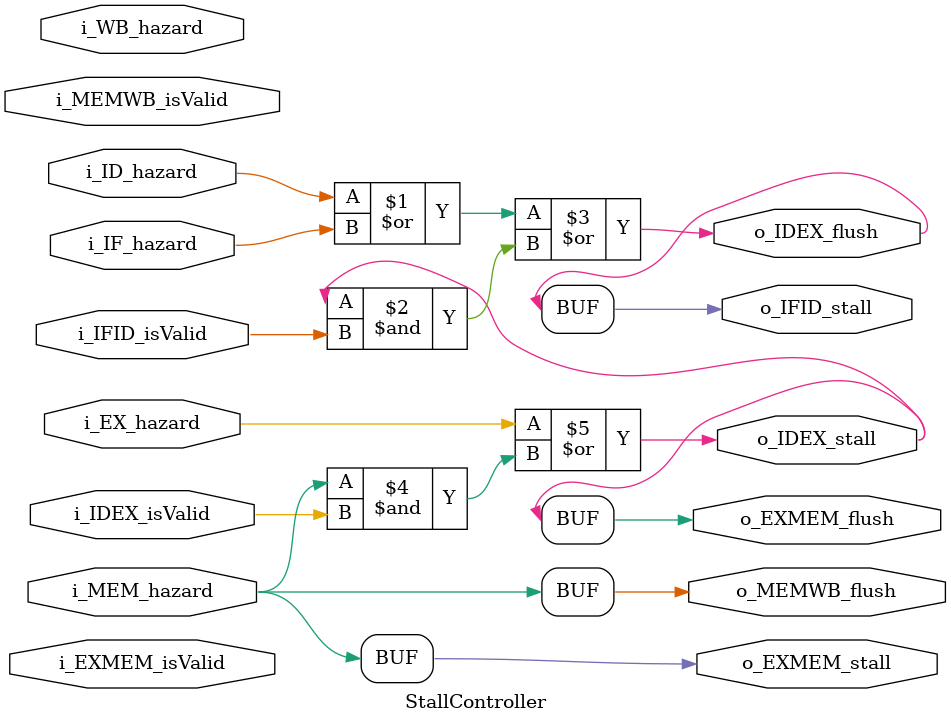
<source format=sv>
module StallController
(
    input  logic i_IF_hazard,     // Indica hazard en IF
    input  logic i_ID_hazard,     // Indiza hazard en ID
    input  logic i_EX_hazard,     // Indica hazard en EX
    input  logic i_MEM_hazard,    // Indica hazard en MEM
    input  logic i_WB_hazard,     // Indica hazard en WB
    input  logic i_IFID_isValid,  // Indica valid en IFID
    input  logic i_IDEX_isValid,  // Indica valid en IDEX
    input  logic i_EXMEM_isValid, // Indica valid en EXMEM
    input  logic i_MEMWB_isValid, // Indica valid en MEMWB

    output logic o_IFID_stall,
    output logic o_IDEX_stall,
    output logic o_IDEX_flush,
    output logic o_EXMEM_stall,
    output logic o_EXMEM_flush,
    output logic o_MEMWB_flush);


    // Control del pipeline IFID
    // Cas especial al estar integrat el PC amb IFID
    //
    assign o_IFID_stall = i_ID_hazard | i_IF_hazard | (o_IDEX_stall & i_IFID_isValid);

    // Control del pipeline IDEX
    //
    assign o_IDEX_stall = i_EX_hazard | (o_EXMEM_stall & i_IDEX_isValid);
    assign o_IDEX_flush = o_IFID_stall;

    // Control del pipeline EXMEM
    //
    assign o_EXMEM_stall = i_MEM_hazard;
    assign o_EXMEM_flush = o_IDEX_stall;

    // Control del pipeline MEMWB
    //
    assign o_MEMWB_flush = o_EXMEM_stall;


endmodule

</source>
